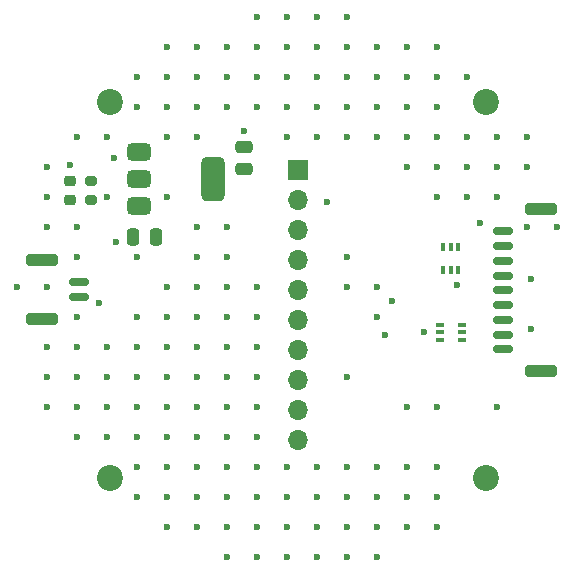
<source format=gts>
G04 #@! TF.GenerationSoftware,KiCad,Pcbnew,8.0.1*
G04 #@! TF.CreationDate,2024-06-09T19:35:52+05:00*
G04 #@! TF.ProjectId,bno85,626e6f38-352e-46b6-9963-61645f706362,rev?*
G04 #@! TF.SameCoordinates,Original*
G04 #@! TF.FileFunction,Soldermask,Top*
G04 #@! TF.FilePolarity,Negative*
%FSLAX46Y46*%
G04 Gerber Fmt 4.6, Leading zero omitted, Abs format (unit mm)*
G04 Created by KiCad (PCBNEW 8.0.1) date 2024-06-09 19:35:52*
%MOMM*%
%LPD*%
G01*
G04 APERTURE LIST*
G04 Aperture macros list*
%AMRoundRect*
0 Rectangle with rounded corners*
0 $1 Rounding radius*
0 $2 $3 $4 $5 $6 $7 $8 $9 X,Y pos of 4 corners*
0 Add a 4 corners polygon primitive as box body*
4,1,4,$2,$3,$4,$5,$6,$7,$8,$9,$2,$3,0*
0 Add four circle primitives for the rounded corners*
1,1,$1+$1,$2,$3*
1,1,$1+$1,$4,$5*
1,1,$1+$1,$6,$7*
1,1,$1+$1,$8,$9*
0 Add four rect primitives between the rounded corners*
20,1,$1+$1,$2,$3,$4,$5,0*
20,1,$1+$1,$4,$5,$6,$7,0*
20,1,$1+$1,$6,$7,$8,$9,0*
20,1,$1+$1,$8,$9,$2,$3,0*%
G04 Aperture macros list end*
%ADD10C,2.200000*%
%ADD11RoundRect,0.100000X0.100000X-0.225000X0.100000X0.225000X-0.100000X0.225000X-0.100000X-0.225000X0*%
%ADD12RoundRect,0.150000X0.700000X-0.150000X0.700000X0.150000X-0.700000X0.150000X-0.700000X-0.150000X0*%
%ADD13RoundRect,0.250000X1.100000X-0.250000X1.100000X0.250000X-1.100000X0.250000X-1.100000X-0.250000X0*%
%ADD14RoundRect,0.100000X-0.225000X-0.100000X0.225000X-0.100000X0.225000X0.100000X-0.225000X0.100000X0*%
%ADD15RoundRect,0.375000X-0.625000X-0.375000X0.625000X-0.375000X0.625000X0.375000X-0.625000X0.375000X0*%
%ADD16RoundRect,0.500000X-0.500000X-1.400000X0.500000X-1.400000X0.500000X1.400000X-0.500000X1.400000X0*%
%ADD17R,1.700000X1.700000*%
%ADD18O,1.700000X1.700000*%
%ADD19RoundRect,0.218750X-0.256250X0.218750X-0.256250X-0.218750X0.256250X-0.218750X0.256250X0.218750X0*%
%ADD20RoundRect,0.250000X-0.475000X0.250000X-0.475000X-0.250000X0.475000X-0.250000X0.475000X0.250000X0*%
%ADD21RoundRect,0.150000X-0.700000X0.150000X-0.700000X-0.150000X0.700000X-0.150000X0.700000X0.150000X0*%
%ADD22RoundRect,0.250000X-1.100000X0.250000X-1.100000X-0.250000X1.100000X-0.250000X1.100000X0.250000X0*%
%ADD23RoundRect,0.200000X0.275000X-0.200000X0.275000X0.200000X-0.275000X0.200000X-0.275000X-0.200000X0*%
%ADD24RoundRect,0.250000X-0.250000X-0.475000X0.250000X-0.475000X0.250000X0.475000X-0.250000X0.475000X0*%
%ADD25C,0.600000*%
G04 APERTURE END LIST*
D10*
X222959902Y-80790097D03*
D11*
X219350000Y-94950000D03*
X220000000Y-94949999D03*
X220650000Y-94950000D03*
X220650000Y-93050000D03*
X220000000Y-93050001D03*
X219350000Y-93050000D03*
D12*
X224450000Y-101699999D03*
X224450000Y-100450000D03*
X224450000Y-99199999D03*
X224450000Y-97950000D03*
X224449999Y-96700000D03*
X224450000Y-95450000D03*
X224450000Y-94200001D03*
X224450000Y-92950000D03*
X224450000Y-91700001D03*
D13*
X227650000Y-103550000D03*
X227650000Y-89850000D03*
D14*
X219050000Y-99600000D03*
X219050001Y-100250000D03*
X219050000Y-100900000D03*
X220950000Y-100900000D03*
X220949999Y-100250000D03*
X220950000Y-99600000D03*
D15*
X193600000Y-84950000D03*
X193600001Y-87250000D03*
D16*
X199899999Y-87250000D03*
D15*
X193600000Y-89550000D03*
D17*
X207050000Y-86540000D03*
D18*
X207050000Y-89080000D03*
X207050000Y-91619999D03*
X207050000Y-94160000D03*
X207050000Y-96700000D03*
X207050000Y-99240000D03*
X207050000Y-101780000D03*
X207050000Y-104320001D03*
X207050000Y-106860000D03*
X207050000Y-109400000D03*
D10*
X191140097Y-80790097D03*
D19*
X187750000Y-87437498D03*
X187750000Y-89012500D03*
D20*
X202500000Y-84550001D03*
X202500000Y-86449999D03*
D21*
X188550000Y-96025000D03*
X188550000Y-97275000D03*
D22*
X185350000Y-94175000D03*
X185350000Y-99125000D03*
D23*
X189500000Y-89075000D03*
X189500000Y-87425000D03*
D10*
X191140097Y-112609902D03*
D24*
X193100001Y-92200000D03*
X194999999Y-92200000D03*
D10*
X222959902Y-112609902D03*
D25*
X218850000Y-116720000D03*
X216310000Y-78620000D03*
X198530000Y-91320000D03*
X195990000Y-109100000D03*
X203610000Y-109100000D03*
X213770000Y-81160000D03*
X190250000Y-97750000D03*
X216310000Y-106560000D03*
X215000000Y-97600000D03*
X222500000Y-91000000D03*
X217750000Y-100250000D03*
X203610000Y-101480000D03*
X198530000Y-114180000D03*
X195990000Y-101480000D03*
X198530000Y-93860000D03*
X195990000Y-98940000D03*
X185830000Y-86240000D03*
X221390000Y-86240000D03*
X218850000Y-76080000D03*
X195990000Y-114180000D03*
X206150000Y-83700000D03*
X195990000Y-83700000D03*
X193450000Y-93860000D03*
X193450000Y-114180000D03*
X201070000Y-93860000D03*
X206150000Y-73540000D03*
X223930000Y-86240000D03*
X195990000Y-81160000D03*
X211230000Y-78620000D03*
X195990000Y-106560000D03*
X185830000Y-96400000D03*
X198530000Y-104020000D03*
X216310000Y-111640000D03*
X188370000Y-104020000D03*
X185830000Y-106560000D03*
X216310000Y-81160000D03*
X201070000Y-116720000D03*
X218850000Y-78620000D03*
X193450000Y-109100000D03*
X218850000Y-86240000D03*
X201070000Y-76080000D03*
X198530000Y-98940000D03*
X211230000Y-111640000D03*
X198530000Y-96400000D03*
X226470000Y-83700000D03*
X198530000Y-106560000D03*
X193450000Y-111640000D03*
X188370000Y-91320000D03*
X193450000Y-81160000D03*
X188370000Y-83700000D03*
X216310000Y-76080000D03*
X203610000Y-119260000D03*
X211230000Y-96400000D03*
X201070000Y-96400000D03*
X201070000Y-104020000D03*
X203610000Y-104020000D03*
X213770000Y-111640000D03*
X211230000Y-93860000D03*
X198530000Y-81160000D03*
X191650000Y-92600000D03*
X220493948Y-96257566D03*
X221390000Y-78620000D03*
X203610000Y-111640000D03*
X188370000Y-98940000D03*
X218850000Y-88780000D03*
X203610000Y-76080000D03*
X201070000Y-78620000D03*
X209500000Y-89250000D03*
X206150000Y-111640000D03*
X208690000Y-111640000D03*
X195990000Y-116720000D03*
X213770000Y-96400000D03*
X208690000Y-116720000D03*
X226470000Y-91320000D03*
X203610000Y-114180000D03*
X187800000Y-86074999D03*
X188370000Y-101480000D03*
X211230000Y-104020000D03*
X190910000Y-106560000D03*
X213770000Y-114180000D03*
X201070000Y-91320000D03*
X208690000Y-78620000D03*
X216310000Y-116720000D03*
X203610000Y-116720000D03*
X208690000Y-73540000D03*
X218850000Y-111640000D03*
X198530000Y-78620000D03*
X198530000Y-83700000D03*
X213770000Y-78620000D03*
X185830000Y-88780000D03*
X188370000Y-109100000D03*
X190910000Y-88780000D03*
X190910000Y-104020000D03*
X191500000Y-85500000D03*
X203610000Y-106560000D03*
X206150000Y-76080000D03*
X201070000Y-81160000D03*
X185830000Y-101480000D03*
X223930000Y-88780000D03*
X203610000Y-98940000D03*
X221390000Y-88780000D03*
X211230000Y-73540000D03*
X185830000Y-91320000D03*
X183290000Y-96400000D03*
X206150000Y-116720000D03*
X211230000Y-116720000D03*
X190910000Y-83700000D03*
X195990000Y-96400000D03*
X201070000Y-106560000D03*
X226470000Y-86240000D03*
X211230000Y-119260000D03*
X201070000Y-119260000D03*
X206150000Y-119260000D03*
X203610000Y-96400000D03*
X201070000Y-111640000D03*
X195990000Y-111640000D03*
X213770000Y-76080000D03*
X208690000Y-76080000D03*
X206150000Y-78620000D03*
X188370000Y-93860000D03*
X211230000Y-114180000D03*
X213770000Y-119260000D03*
X211230000Y-83700000D03*
X193450000Y-104020000D03*
X195990000Y-104020000D03*
X195990000Y-76080000D03*
X208690000Y-81160000D03*
X213770000Y-116720000D03*
X211230000Y-81160000D03*
X216310000Y-83700000D03*
X195990000Y-88780000D03*
X203610000Y-78620000D03*
X216310000Y-114180000D03*
X213770000Y-98940000D03*
X211230000Y-76080000D03*
X201070000Y-101480000D03*
X208690000Y-114180000D03*
X195990000Y-78620000D03*
X190910000Y-101480000D03*
X223930000Y-106560000D03*
X208690000Y-119260000D03*
X206150000Y-81160000D03*
X198530000Y-109100000D03*
X218850000Y-81160000D03*
X206150000Y-114180000D03*
X221390000Y-83700000D03*
X193450000Y-78620000D03*
X198530000Y-76080000D03*
X198530000Y-116720000D03*
X216310000Y-86240000D03*
X214400000Y-100500000D03*
X193450000Y-106560000D03*
X202500000Y-83250000D03*
X223930000Y-83700000D03*
X208690000Y-83700000D03*
X218850000Y-83700000D03*
X188370000Y-106560000D03*
X201070000Y-98940000D03*
X190910000Y-109100000D03*
X218850000Y-114180000D03*
X193450000Y-98940000D03*
X193450000Y-101480000D03*
X201070000Y-109100000D03*
X229010000Y-91320000D03*
X218850000Y-106560000D03*
X213770000Y-83700000D03*
X198530000Y-101480000D03*
X201070000Y-114180000D03*
X203610000Y-73540000D03*
X198530000Y-111640000D03*
X203610000Y-81160000D03*
X185830000Y-104020000D03*
X226750000Y-100000000D03*
X226750000Y-95750000D03*
M02*

</source>
